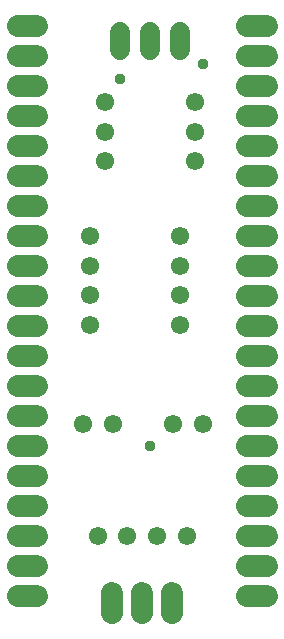
<source format=gbr>
G04 EAGLE Gerber RS-274X export*
G75*
%MOMM*%
%FSLAX34Y34*%
%LPD*%
%INSoldermask Top*%
%IPPOS*%
%AMOC8*
5,1,8,0,0,1.08239X$1,22.5*%
G01*
G04 Define Apertures*
%ADD10C,1.853200*%
%ADD11C,1.727200*%
%ADD12C,1.551200*%
%ADD13C,0.959600*%
D10*
X259710Y800100D02*
X243210Y800100D01*
X243210Y774700D02*
X259710Y774700D01*
X259710Y749300D02*
X243210Y749300D01*
X243210Y723900D02*
X259710Y723900D01*
X259710Y698500D02*
X243210Y698500D01*
X243210Y673100D02*
X259710Y673100D01*
X259710Y647700D02*
X243210Y647700D01*
X243210Y622300D02*
X259710Y622300D01*
X259710Y596900D02*
X243210Y596900D01*
X243210Y571500D02*
X259710Y571500D01*
X259710Y546100D02*
X243210Y546100D01*
X243210Y520700D02*
X259710Y520700D01*
X259710Y495300D02*
X243210Y495300D01*
X243210Y469900D02*
X259710Y469900D01*
X259710Y444500D02*
X243210Y444500D01*
X243210Y419100D02*
X259710Y419100D01*
X259710Y393700D02*
X243210Y393700D01*
X243210Y368300D02*
X259710Y368300D01*
X259710Y342900D02*
X243210Y342900D01*
X243210Y317500D02*
X259710Y317500D01*
X437510Y317500D02*
X454010Y317500D01*
X454010Y342900D02*
X437510Y342900D01*
X437510Y368300D02*
X454010Y368300D01*
X454010Y393700D02*
X437510Y393700D01*
X437510Y419100D02*
X454010Y419100D01*
X454010Y444500D02*
X437510Y444500D01*
X437510Y469900D02*
X454010Y469900D01*
X454010Y495300D02*
X437510Y495300D01*
X437510Y520700D02*
X454010Y520700D01*
X454010Y546100D02*
X437510Y546100D01*
X437510Y571500D02*
X454010Y571500D01*
X454010Y596900D02*
X437510Y596900D01*
X437510Y622300D02*
X454010Y622300D01*
X454010Y647700D02*
X437510Y647700D01*
X437510Y673100D02*
X454010Y673100D01*
X454010Y698500D02*
X437510Y698500D01*
X437510Y723900D02*
X454010Y723900D01*
X454010Y749300D02*
X437510Y749300D01*
X437510Y774700D02*
X454010Y774700D01*
X454010Y800100D02*
X437510Y800100D01*
X323210Y319800D02*
X323210Y303300D01*
X348610Y303300D02*
X348610Y319800D01*
X374010Y319800D02*
X374010Y303300D01*
D11*
X330200Y779780D02*
X330200Y795020D01*
X355600Y795020D02*
X355600Y779780D01*
X381000Y779780D02*
X381000Y795020D01*
D12*
X393700Y685800D03*
X393700Y710800D03*
X393700Y735800D03*
X317500Y685800D03*
X317500Y710800D03*
X317500Y735800D03*
X381000Y622300D03*
X381000Y597300D03*
X381000Y572300D03*
X381000Y547300D03*
X304800Y622300D03*
X304800Y597300D03*
X304800Y572300D03*
X304800Y547300D03*
X323850Y463550D03*
X298850Y463550D03*
X400050Y463550D03*
X375050Y463550D03*
X311150Y368300D03*
X336150Y368300D03*
X361150Y368300D03*
X386150Y368300D03*
D13*
X330200Y755650D03*
X400050Y768350D03*
X355600Y444500D03*
M02*

</source>
